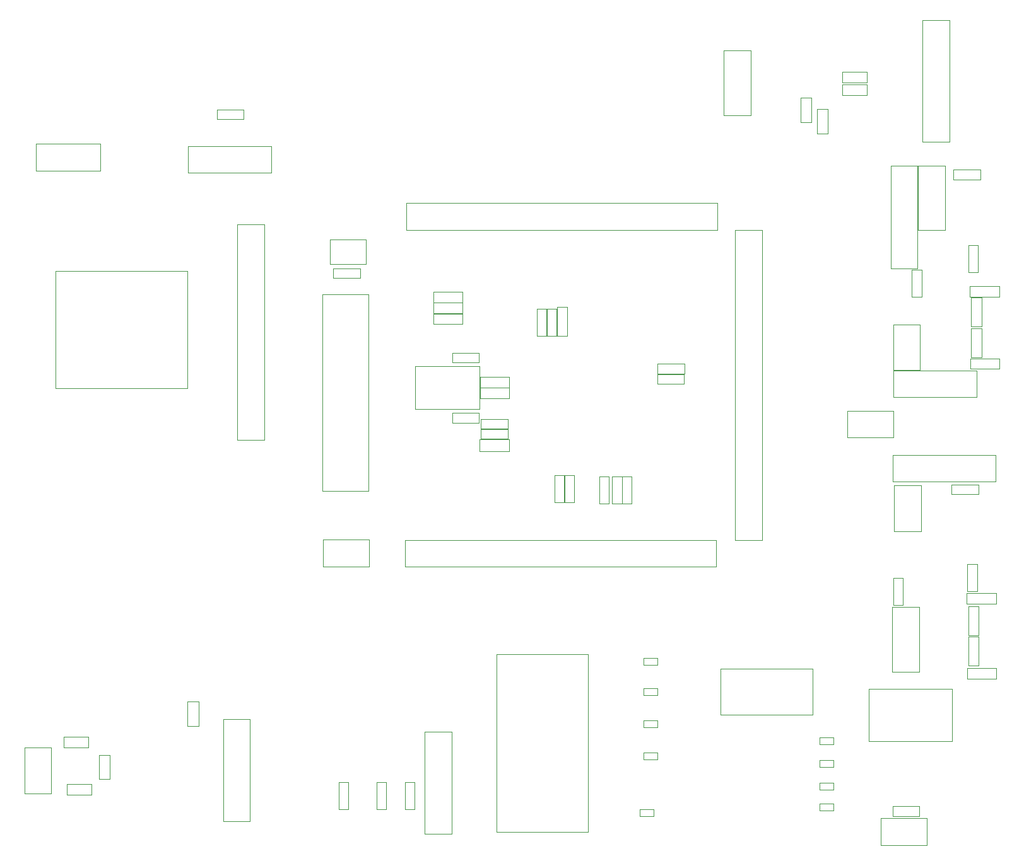
<source format=gbr>
G04 #@! TF.GenerationSoftware,KiCad,Pcbnew,5.0.1-33cea8e~68~ubuntu16.04.1*
G04 #@! TF.CreationDate,2018-10-29T01:45:26-07:00*
G04 #@! TF.ProjectId,integrated-board-design-1,696E74656772617465642D626F617264,rev?*
G04 #@! TF.SameCoordinates,Original*
G04 #@! TF.FileFunction,Other,User*
%FSLAX46Y46*%
G04 Gerber Fmt 4.6, Leading zero omitted, Abs format (unit mm)*
G04 Created by KiCad (PCBNEW 5.0.1-33cea8e~68~ubuntu16.04.1) date Mon 29 Oct 2018 01:45:26 AM PDT*
%MOMM*%
%LPD*%
G01*
G04 APERTURE LIST*
%ADD10C,0.050000*%
G04 APERTURE END LIST*
D10*
G04 #@! TO.C,C1*
X102950080Y-136604560D02*
X102950080Y-133004560D01*
X102950080Y-136604560D02*
X104250080Y-136604560D01*
X104250080Y-133004560D02*
X102950080Y-133004560D01*
X104250080Y-133004560D02*
X104250080Y-136604560D01*
G04 #@! TO.C,C2*
X108030080Y-136604560D02*
X108030080Y-133004560D01*
X108030080Y-136604560D02*
X109330080Y-136604560D01*
X109330080Y-133004560D02*
X108030080Y-133004560D01*
X109330080Y-133004560D02*
X109330080Y-136604560D01*
G04 #@! TO.C,R3*
X111840080Y-136604560D02*
X111840080Y-133004560D01*
X111840080Y-136604560D02*
X113140080Y-136604560D01*
X113140080Y-133004560D02*
X111840080Y-133004560D01*
X113140080Y-133004560D02*
X113140080Y-136604560D01*
G04 #@! TO.C,C1*
X177275000Y-136225000D02*
X180875000Y-136225000D01*
X177275000Y-136225000D02*
X177275000Y-137525000D01*
X180875000Y-137525000D02*
X180875000Y-136225000D01*
X180875000Y-137525000D02*
X177275000Y-137525000D01*
G04 #@! TO.C,*
X185229203Y-120448068D02*
X185229203Y-127448068D01*
X185229203Y-120448068D02*
X174129203Y-120448068D01*
X174129203Y-127448068D02*
X185229203Y-127448068D01*
X174129203Y-127448068D02*
X174129203Y-120448068D01*
G04 #@! TO.C,J2*
X64955440Y-64341760D02*
X82655440Y-64341760D01*
X64955440Y-80041760D02*
X64955440Y-64341760D01*
X82655440Y-80041760D02*
X64955440Y-80041760D01*
X82655440Y-64341760D02*
X82655440Y-80041760D01*
G04 #@! TO.C,J9*
X89346480Y-58044400D02*
X89346480Y-87044400D01*
X89346480Y-87044400D02*
X92946480Y-87044400D01*
X92946480Y-87044400D02*
X92946480Y-58044400D01*
X92946480Y-58044400D02*
X89346480Y-58044400D01*
G04 #@! TO.C,C16*
X179875000Y-67750000D02*
X179875000Y-64150000D01*
X179875000Y-67750000D02*
X181175000Y-67750000D01*
X181175000Y-64150000D02*
X179875000Y-64150000D01*
X181175000Y-64150000D02*
X181175000Y-67750000D01*
G04 #@! TO.C,C17*
X188775000Y-60850000D02*
X188775000Y-64450000D01*
X188775000Y-60850000D02*
X187475000Y-60850000D01*
X187475000Y-64450000D02*
X188775000Y-64450000D01*
X187475000Y-64450000D02*
X187475000Y-60850000D01*
G04 #@! TO.C,C18*
X189050000Y-52025000D02*
X185450000Y-52025000D01*
X189050000Y-52025000D02*
X189050000Y-50725000D01*
X185450000Y-50725000D02*
X185450000Y-52025000D01*
X185450000Y-50725000D02*
X189050000Y-50725000D01*
G04 #@! TO.C,C19*
X177375000Y-109175000D02*
X177375000Y-105575000D01*
X177375000Y-109175000D02*
X178675000Y-109175000D01*
X178675000Y-105575000D02*
X177375000Y-105575000D01*
X178675000Y-105575000D02*
X178675000Y-109175000D01*
G04 #@! TO.C,C20*
X188621120Y-103717080D02*
X188621120Y-107317080D01*
X188621120Y-103717080D02*
X187321120Y-103717080D01*
X187321120Y-107317080D02*
X188621120Y-107317080D01*
X187321120Y-107317080D02*
X187321120Y-103717080D01*
G04 #@! TO.C,C21*
X188790720Y-94328100D02*
X185190720Y-94328100D01*
X188790720Y-94328100D02*
X188790720Y-93028100D01*
X185190720Y-93028100D02*
X185190720Y-94328100D01*
X185190720Y-93028100D02*
X188790720Y-93028100D01*
G04 #@! TO.C,J10*
X181097020Y-99277940D02*
X181097020Y-93127940D01*
X181097020Y-93127940D02*
X177497020Y-93127940D01*
X177497020Y-93127940D02*
X177497020Y-99277940D01*
X177497020Y-99277940D02*
X181097020Y-99277940D01*
G04 #@! TO.C,R5*
X191585000Y-67775000D02*
X187675000Y-67775000D01*
X191585000Y-67775000D02*
X191585000Y-66375000D01*
X187675000Y-66375000D02*
X187675000Y-67775000D01*
X187675000Y-66375000D02*
X191585000Y-66375000D01*
G04 #@! TO.C,R6*
X189227260Y-67862680D02*
X189227260Y-71772680D01*
X189227260Y-67862680D02*
X187827260Y-67862680D01*
X187827260Y-71772680D02*
X189227260Y-71772680D01*
X187827260Y-71772680D02*
X187827260Y-67862680D01*
G04 #@! TO.C,R7*
X191162840Y-108988180D02*
X187252840Y-108988180D01*
X191162840Y-108988180D02*
X191162840Y-107588180D01*
X187252840Y-107588180D02*
X187252840Y-108988180D01*
X187252840Y-107588180D02*
X191162840Y-107588180D01*
G04 #@! TO.C,R8*
X188833680Y-109355860D02*
X188833680Y-113265860D01*
X188833680Y-109355860D02*
X187433680Y-109355860D01*
X187433680Y-113265860D02*
X188833680Y-113265860D01*
X187433680Y-113265860D02*
X187433680Y-109355860D01*
G04 #@! TO.C,J7*
X177400000Y-83075000D02*
X171250000Y-83075000D01*
X171250000Y-83075000D02*
X171250000Y-86675000D01*
X171250000Y-86675000D02*
X177400000Y-86675000D01*
X177400000Y-86675000D02*
X177400000Y-83075000D01*
G04 #@! TO.C,J8*
X180975000Y-77625000D02*
X180975000Y-71475000D01*
X180975000Y-71475000D02*
X177375000Y-71475000D01*
X177375000Y-71475000D02*
X177375000Y-77625000D01*
X177375000Y-77625000D02*
X180975000Y-77625000D01*
G04 #@! TO.C,D4*
X187438760Y-117360180D02*
X187438760Y-113450180D01*
X187438760Y-117360180D02*
X188838760Y-117360180D01*
X188838760Y-113450180D02*
X187438760Y-113450180D01*
X188838760Y-113450180D02*
X188838760Y-117360180D01*
G04 #@! TO.C,D5*
X187839960Y-75895120D02*
X187839960Y-71985120D01*
X187839960Y-75895120D02*
X189239960Y-75895120D01*
X189239960Y-71985120D02*
X187839960Y-71985120D01*
X189239960Y-71985120D02*
X189239960Y-75895120D01*
G04 #@! TO.C,R9*
X191196040Y-119061820D02*
X187286040Y-119061820D01*
X191196040Y-119061820D02*
X191196040Y-117661820D01*
X187286040Y-117661820D02*
X187286040Y-119061820D01*
X187286040Y-117661820D02*
X191196040Y-117661820D01*
G04 #@! TO.C,R10*
X191602500Y-77459600D02*
X187692500Y-77459600D01*
X191602500Y-77459600D02*
X191602500Y-76059600D01*
X187692500Y-76059600D02*
X187692500Y-77459600D01*
X187692500Y-76059600D02*
X191602500Y-76059600D01*
G04 #@! TO.C,J13*
X177375000Y-81275000D02*
X188575000Y-81275000D01*
X188575000Y-81275000D02*
X188575000Y-77675000D01*
X188575000Y-77675000D02*
X177375000Y-77675000D01*
X177375000Y-77675000D02*
X177375000Y-81275000D01*
G04 #@! TO.C,J14*
X177324300Y-92602820D02*
X191074300Y-92602820D01*
X191074300Y-92602820D02*
X191074300Y-89002820D01*
X191074300Y-89002820D02*
X177324300Y-89002820D01*
X177324300Y-89002820D02*
X177324300Y-92602820D01*
G04 #@! TO.C,J12*
X177250640Y-109482840D02*
X177250640Y-118132840D01*
X177250640Y-118132840D02*
X180850640Y-118132840D01*
X180850640Y-118132840D02*
X180850640Y-109482840D01*
X180850640Y-109482840D02*
X177250640Y-109482840D01*
G04 #@! TO.C,*
X175719203Y-137848068D02*
X175719203Y-141448068D01*
X175719203Y-141448068D02*
X181869203Y-141448068D01*
X181869203Y-141448068D02*
X181869203Y-137848068D01*
X181869203Y-137848068D02*
X175719203Y-137848068D01*
G04 #@! TO.C,JP2*
X118100080Y-126169560D02*
X114500080Y-126169560D01*
X118100080Y-139919560D02*
X118100080Y-126169560D01*
X114500080Y-139919560D02*
X118100080Y-139919560D01*
X114500080Y-126169560D02*
X114500080Y-139919560D01*
G04 #@! TO.C,J2*
X154183300Y-117749160D02*
X154183300Y-123899160D01*
X154183300Y-123899160D02*
X166533300Y-123899160D01*
X166533300Y-123899160D02*
X166533300Y-117749160D01*
X166533300Y-117749160D02*
X154183300Y-117749160D01*
G04 #@! TO.C,C1*
X167499300Y-127893160D02*
X167499300Y-126953160D01*
X167499300Y-126953160D02*
X169359300Y-126953160D01*
X169359300Y-126953160D02*
X169359300Y-127893160D01*
X169359300Y-127893160D02*
X167499300Y-127893160D01*
G04 #@! TO.C,C2*
X169359300Y-130941160D02*
X167499300Y-130941160D01*
X169359300Y-130001160D02*
X169359300Y-130941160D01*
X167499300Y-130001160D02*
X169359300Y-130001160D01*
X167499300Y-130941160D02*
X167499300Y-130001160D01*
G04 #@! TO.C,C3*
X143369300Y-137545160D02*
X143369300Y-136605160D01*
X143369300Y-136605160D02*
X145229300Y-136605160D01*
X145229300Y-136605160D02*
X145229300Y-137545160D01*
X145229300Y-137545160D02*
X143369300Y-137545160D01*
G04 #@! TO.C,D1*
X143877300Y-125607160D02*
X143877300Y-124667160D01*
X143877300Y-124667160D02*
X145737300Y-124667160D01*
X145737300Y-124667160D02*
X145737300Y-125607160D01*
X145737300Y-125607160D02*
X143877300Y-125607160D01*
G04 #@! TO.C,D2*
X145737300Y-121289160D02*
X143877300Y-121289160D01*
X145737300Y-120349160D02*
X145737300Y-121289160D01*
X143877300Y-120349160D02*
X145737300Y-120349160D01*
X143877300Y-121289160D02*
X143877300Y-120349160D01*
G04 #@! TO.C,J1*
X136398301Y-115764161D02*
X124098301Y-115764161D01*
X124098301Y-115764161D02*
X124098301Y-139664161D01*
X124098301Y-139664161D02*
X136398301Y-139664161D01*
X136398301Y-139664161D02*
X136398301Y-115764161D01*
G04 #@! TO.C,R1*
X143877300Y-117225160D02*
X143877300Y-116285160D01*
X143877300Y-116285160D02*
X145737300Y-116285160D01*
X145737300Y-116285160D02*
X145737300Y-117225160D01*
X145737300Y-117225160D02*
X143877300Y-117225160D01*
G04 #@! TO.C,R2*
X167499300Y-136783160D02*
X167499300Y-135843160D01*
X167499300Y-135843160D02*
X169359300Y-135843160D01*
X169359300Y-135843160D02*
X169359300Y-136783160D01*
X169359300Y-136783160D02*
X167499300Y-136783160D01*
G04 #@! TO.C,R3*
X145737300Y-129925160D02*
X143877300Y-129925160D01*
X145737300Y-128985160D02*
X145737300Y-129925160D01*
X143877300Y-128985160D02*
X145737300Y-128985160D01*
X143877300Y-129925160D02*
X143877300Y-128985160D01*
G04 #@! TO.C,R4*
X169359300Y-133989160D02*
X167499300Y-133989160D01*
X169359300Y-133049160D02*
X169359300Y-133989160D01*
X167499300Y-133049160D02*
X169359300Y-133049160D01*
X167499300Y-133989160D02*
X167499300Y-133049160D01*
G04 #@! TO.C,C1*
X168580000Y-45850000D02*
X167120000Y-45850000D01*
X167120000Y-45850000D02*
X167120000Y-42550000D01*
X167120000Y-42550000D02*
X168580000Y-42550000D01*
X168580000Y-42550000D02*
X168580000Y-45850000D01*
G04 #@! TO.C,C2*
X164945000Y-44325000D02*
X164945000Y-41025000D01*
X166405000Y-44325000D02*
X164945000Y-44325000D01*
X166405000Y-41025000D02*
X166405000Y-44325000D01*
X164945000Y-41025000D02*
X166405000Y-41025000D01*
G04 #@! TO.C,C3*
X173825000Y-37545000D02*
X173825000Y-39005000D01*
X173825000Y-39005000D02*
X170525000Y-39005000D01*
X170525000Y-39005000D02*
X170525000Y-37545000D01*
X170525000Y-37545000D02*
X173825000Y-37545000D01*
G04 #@! TO.C,C4*
X170525000Y-39270000D02*
X173825000Y-39270000D01*
X170525000Y-40730000D02*
X170525000Y-39270000D01*
X173825000Y-40730000D02*
X170525000Y-40730000D01*
X173825000Y-39270000D02*
X173825000Y-40730000D01*
G04 #@! TO.C,J1*
X154641000Y-34718000D02*
X154641000Y-43368000D01*
X154641000Y-43368000D02*
X158241000Y-43368000D01*
X158241000Y-43368000D02*
X158241000Y-34718000D01*
X158241000Y-34718000D02*
X154641000Y-34718000D01*
G04 #@! TO.C,J2*
X181311000Y-30654000D02*
X181311000Y-46954000D01*
X181311000Y-46954000D02*
X184911000Y-46954000D01*
X184911000Y-46954000D02*
X184911000Y-30654000D01*
X184911000Y-30654000D02*
X181311000Y-30654000D01*
G04 #@! TO.C,REF\002A\002A*
X62325000Y-50850000D02*
X70975000Y-50850000D01*
X70975000Y-50850000D02*
X70975000Y-47250000D01*
X70975000Y-47250000D02*
X62325000Y-47250000D01*
X62325000Y-47250000D02*
X62325000Y-50850000D01*
X82700000Y-51150000D02*
X93900000Y-51150000D01*
X93900000Y-51150000D02*
X93900000Y-47550000D01*
X93900000Y-47550000D02*
X82700000Y-47550000D01*
X82700000Y-47550000D02*
X82700000Y-51150000D01*
G04 #@! TO.C,J20*
X184300000Y-50200000D02*
X180700000Y-50200000D01*
X184300000Y-58850000D02*
X184300000Y-50200000D01*
X180700000Y-58850000D02*
X184300000Y-58850000D01*
X180700000Y-50200000D02*
X180700000Y-58850000D01*
G04 #@! TO.C,J21*
X180650000Y-50200000D02*
X177050000Y-50200000D01*
X180650000Y-63950000D02*
X180650000Y-50200000D01*
X177050000Y-63950000D02*
X180650000Y-63950000D01*
X177050000Y-50200000D02*
X177050000Y-63950000D01*
G04 #@! TO.C,L1*
X66512500Y-133245000D02*
X69812500Y-133245000D01*
X66512500Y-134705000D02*
X66512500Y-133245000D01*
X69812500Y-134705000D02*
X66512500Y-134705000D01*
X69812500Y-133245000D02*
X69812500Y-134705000D01*
G04 #@! TO.C,L2*
X66030000Y-126895000D02*
X69330000Y-126895000D01*
X66030000Y-128355000D02*
X66030000Y-126895000D01*
X69330000Y-128355000D02*
X66030000Y-128355000D01*
X69330000Y-126895000D02*
X69330000Y-128355000D01*
G04 #@! TO.C,C1*
X72220000Y-129302500D02*
X72220000Y-132602500D01*
X70760000Y-129302500D02*
X72220000Y-129302500D01*
X70760000Y-132602500D02*
X70760000Y-129302500D01*
X72220000Y-132602500D02*
X70760000Y-132602500D01*
G04 #@! TO.C,C2*
X82672500Y-125465000D02*
X82672500Y-122165000D01*
X84132500Y-125465000D02*
X82672500Y-125465000D01*
X84132500Y-122165000D02*
X84132500Y-125465000D01*
X82672500Y-122165000D02*
X84132500Y-122165000D01*
G04 #@! TO.C,J1*
X64400000Y-134505000D02*
X64400000Y-128355000D01*
X64400000Y-128355000D02*
X60800000Y-128355000D01*
X60800000Y-128355000D02*
X60800000Y-134505000D01*
X60800000Y-134505000D02*
X64400000Y-134505000D01*
G04 #@! TO.C,J2*
X87470000Y-124555000D02*
X91020000Y-124555000D01*
X91020000Y-124555000D02*
X91020000Y-138255000D01*
X91020000Y-138255000D02*
X87470000Y-138255000D01*
X87470000Y-138255000D02*
X87470000Y-124555000D01*
G04 #@! TO.C,REF\002A\002A*
X86600000Y-42625000D02*
X90200000Y-42625000D01*
X86600000Y-42625000D02*
X86600000Y-43925000D01*
X90200000Y-43925000D02*
X90200000Y-42625000D01*
X90200000Y-43925000D02*
X86600000Y-43925000D01*
G04 #@! TO.C,0k1*
X125802920Y-79961360D02*
X121892920Y-79961360D01*
X125802920Y-79961360D02*
X125802920Y-78561360D01*
X121892920Y-78561360D02*
X121892920Y-79961360D01*
X121892920Y-78561360D02*
X125802920Y-78561360D01*
G04 #@! TO.C,0k2*
X125813080Y-81388840D02*
X121903080Y-81388840D01*
X125813080Y-81388840D02*
X125813080Y-79988840D01*
X121903080Y-79988840D02*
X121903080Y-81388840D01*
X121903080Y-79988840D02*
X125813080Y-79988840D01*
G04 #@! TO.C,1uF1*
X122017520Y-85545560D02*
X125617520Y-85545560D01*
X122017520Y-85545560D02*
X122017520Y-86845560D01*
X125617520Y-86845560D02*
X125617520Y-85545560D01*
X125617520Y-86845560D02*
X122017520Y-86845560D01*
G04 #@! TO.C,1uF2*
X132173880Y-69434960D02*
X132173880Y-73034960D01*
X132173880Y-69434960D02*
X130873880Y-69434960D01*
X130873880Y-73034960D02*
X132173880Y-73034960D01*
X130873880Y-73034960D02*
X130873880Y-69434960D01*
G04 #@! TO.C,1uF3*
X131905120Y-95356520D02*
X131905120Y-91756520D01*
X131905120Y-95356520D02*
X133205120Y-95356520D01*
X133205120Y-91756520D02*
X131905120Y-91756520D01*
X133205120Y-91756520D02*
X133205120Y-95356520D01*
G04 #@! TO.C,1uF4*
X139647040Y-95539360D02*
X139647040Y-91939360D01*
X139647040Y-95539360D02*
X140947040Y-95539360D01*
X140947040Y-91939360D02*
X139647040Y-91939360D01*
X140947040Y-91939360D02*
X140947040Y-95539360D01*
G04 #@! TO.C,1uF5*
X149325880Y-78102880D02*
X145725880Y-78102880D01*
X149325880Y-78102880D02*
X149325880Y-76802880D01*
X145725880Y-76802880D02*
X145725880Y-78102880D01*
X145725880Y-76802880D02*
X149325880Y-76802880D01*
G04 #@! TO.C,4.7uF1*
X137909680Y-95544480D02*
X137909680Y-91944480D01*
X137909680Y-95544480D02*
X139209680Y-95544480D01*
X139209680Y-91944480D02*
X137909680Y-91944480D01*
X139209680Y-91944480D02*
X139209680Y-95544480D01*
G04 #@! TO.C,10k1*
X119564680Y-71452360D02*
X115654680Y-71452360D01*
X119564680Y-71452360D02*
X119564680Y-70052360D01*
X115654680Y-70052360D02*
X115654680Y-71452360D01*
X115654680Y-70052360D02*
X119564680Y-70052360D01*
G04 #@! TO.C,10k2*
X119564680Y-68551680D02*
X115654680Y-68551680D01*
X119564680Y-68551680D02*
X119564680Y-67151680D01*
X115654680Y-67151680D02*
X115654680Y-68551680D01*
X115654680Y-67151680D02*
X119564680Y-67151680D01*
G04 #@! TO.C,10k3*
X119564680Y-69994400D02*
X115654680Y-69994400D01*
X119564680Y-69994400D02*
X119564680Y-68594400D01*
X115654680Y-68594400D02*
X115654680Y-69994400D01*
X115654680Y-68594400D02*
X119564680Y-68594400D01*
G04 #@! TO.C,10k4*
X132241200Y-73044920D02*
X132241200Y-69134920D01*
X132241200Y-73044920D02*
X133641200Y-73044920D01*
X133641200Y-69134920D02*
X132241200Y-69134920D01*
X133641200Y-69134920D02*
X133641200Y-73044920D01*
G04 #@! TO.C,10nF1*
X122020060Y-84201900D02*
X125620060Y-84201900D01*
X122020060Y-84201900D02*
X122020060Y-85501900D01*
X125620060Y-85501900D02*
X125620060Y-84201900D01*
X125620060Y-85501900D02*
X122020060Y-85501900D01*
G04 #@! TO.C,22uH1*
X125837840Y-88494160D02*
X121837840Y-88494160D01*
X125837840Y-86894160D02*
X121837840Y-86894160D01*
X125837840Y-88494160D02*
X125837840Y-86894160D01*
X121837840Y-88494160D02*
X121837840Y-86894160D01*
G04 #@! TO.C,100nF1*
X105846120Y-65250480D02*
X102246120Y-65250480D01*
X105846120Y-65250480D02*
X105846120Y-63950480D01*
X102246120Y-63950480D02*
X102246120Y-65250480D01*
X102246120Y-63950480D02*
X105846120Y-63950480D01*
G04 #@! TO.C,100nF2*
X130817520Y-69434960D02*
X130817520Y-73034960D01*
X130817520Y-69434960D02*
X129517520Y-69434960D01*
X129517520Y-73034960D02*
X130817520Y-73034960D01*
X129517520Y-73034960D02*
X129517520Y-69434960D01*
G04 #@! TO.C,100nF3*
X133256400Y-95356520D02*
X133256400Y-91756520D01*
X133256400Y-95356520D02*
X134556400Y-95356520D01*
X134556400Y-91756520D02*
X133256400Y-91756520D01*
X134556400Y-91756520D02*
X134556400Y-95356520D01*
G04 #@! TO.C,100nF4*
X140972920Y-95539320D02*
X140972920Y-91939320D01*
X140972920Y-95539320D02*
X142272920Y-95539320D01*
X142272920Y-91939320D02*
X140972920Y-91939320D01*
X142272920Y-91939320D02*
X142272920Y-95539320D01*
G04 #@! TO.C,100nF5*
X149320800Y-79464320D02*
X145720800Y-79464320D01*
X149320800Y-79464320D02*
X149320800Y-78164320D01*
X145720800Y-78164320D02*
X145720800Y-79464320D01*
X145720800Y-78164320D02*
X149320800Y-78164320D01*
G04 #@! TO.C,C1*
X121782120Y-76624600D02*
X118182120Y-76624600D01*
X121782120Y-76624600D02*
X121782120Y-75324600D01*
X118182120Y-75324600D02*
X118182120Y-76624600D01*
X118182120Y-75324600D02*
X121782120Y-75324600D01*
G04 #@! TO.C,C2*
X121777040Y-84696720D02*
X118177040Y-84696720D01*
X121777040Y-84696720D02*
X121777040Y-83396720D01*
X118177040Y-83396720D02*
X118177040Y-84696720D01*
X118177040Y-83396720D02*
X121777040Y-83396720D01*
G04 #@! TO.C,J1*
X106923120Y-93898520D02*
X106923120Y-67448520D01*
X106923120Y-67448520D02*
X100773120Y-67448520D01*
X100773120Y-67448520D02*
X100773120Y-93898520D01*
X100773120Y-93898520D02*
X106923120Y-93898520D01*
G04 #@! TO.C,J3*
X159750040Y-100487280D02*
X159750040Y-58787280D01*
X159750040Y-58787280D02*
X156150040Y-58787280D01*
X156150040Y-58787280D02*
X156150040Y-100487280D01*
X156150040Y-100487280D02*
X159750040Y-100487280D01*
G04 #@! TO.C,J4*
X153765800Y-55216040D02*
X112065800Y-55216040D01*
X112065800Y-55216040D02*
X112065800Y-58816040D01*
X112065800Y-58816040D02*
X153765800Y-58816040D01*
X153765800Y-58816040D02*
X153765800Y-55216040D01*
G04 #@! TO.C,J5*
X111872760Y-104038200D02*
X153572760Y-104038200D01*
X153572760Y-104038200D02*
X153572760Y-100438200D01*
X153572760Y-100438200D02*
X111872760Y-100438200D01*
X111872760Y-100438200D02*
X111872760Y-104038200D01*
G04 #@! TO.C,J6*
X100884720Y-104022960D02*
X107034720Y-104022960D01*
X107034720Y-104022960D02*
X107034720Y-100422960D01*
X107034720Y-100422960D02*
X100884720Y-100422960D01*
X100884720Y-100422960D02*
X100884720Y-104022960D01*
G04 #@! TO.C,SW1*
X101768080Y-63415840D02*
X106568080Y-63415840D01*
X106568080Y-63415840D02*
X106568080Y-60115840D01*
X106568080Y-60115840D02*
X101768080Y-60115840D01*
X101768080Y-60115840D02*
X101768080Y-63415840D01*
G04 #@! TO.C,Y1*
X121813240Y-82872560D02*
X121813240Y-77072560D01*
X121813240Y-77072560D02*
X113213240Y-77072560D01*
X113213240Y-77072560D02*
X113213240Y-82872560D01*
X113213240Y-82872560D02*
X121813240Y-82872560D01*
G04 #@! TD*
M02*

</source>
